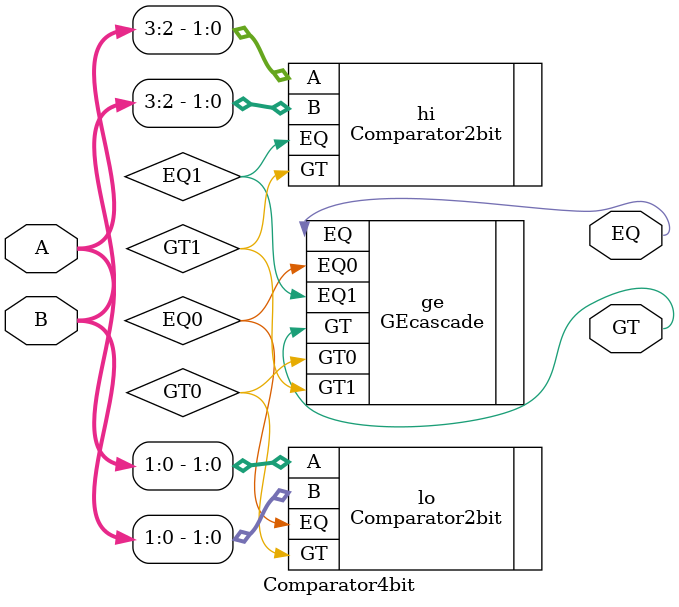
<source format=sv>
`timescale 1ns/1ns
module Comparator4bit (input  [3:0] A, B, output GT, EQ);
   wire GT1, EQ1, GT0, EQ0;
   Comparator2bit hi (.A(A[3:2]), .B(B[3:2]), .GT(GT1), .EQ(EQ1));
   Comparator2bit lo (.A(A[1:0]), .B(B[1:0]), .GT(GT0), .EQ(EQ0));
   GEcascade ge(.GT1(GT1), .EQ1(EQ1), .GT0(GT0), .EQ0(EQ0), .GT(GT), .EQ(EQ));
endmodule
</source>
